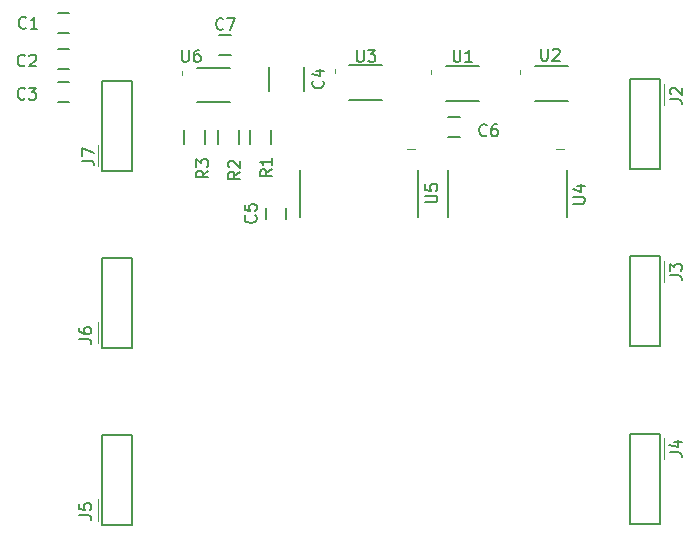
<source format=gbr>
G04 #@! TF.FileFunction,Legend,Top*
%FSLAX45Y45*%
G04 Gerber Fmt 4.5, Leading zero omitted, Abs format (unit mm)*
G04 Created by KiCad (PCBNEW (2015-01-16 BZR 5376)-product) date 3/19/2015 6:58:58 PM*
%MOMM*%
G01*
G04 APERTURE LIST*
%ADD10C,0.100000*%
%ADD11C,0.150000*%
%ADD12C,0.200000*%
%ADD13R,1.127000X1.377000*%
%ADD14R,2.627000X1.127000*%
%ADD15R,1.377000X1.127000*%
%ADD16R,1.427000X0.827000*%
%ADD17R,1.727000X0.427000*%
%ADD18R,0.727000X1.677000*%
%ADD19C,1.927000*%
%ADD20R,1.927000X1.927000*%
G04 APERTURE END LIST*
D10*
D11*
X500000Y-965000D02*
X600000Y-965000D01*
X600000Y-795000D02*
X500000Y-795000D01*
X2587500Y-1450000D02*
X2587500Y-1250000D01*
X2292500Y-1250000D02*
X2292500Y-1450000D01*
X2265000Y-2440000D02*
X2265000Y-2540000D01*
X2435000Y-2540000D02*
X2435000Y-2440000D01*
X3810000Y-1845000D02*
X3910000Y-1845000D01*
X3910000Y-1675000D02*
X3810000Y-1675000D01*
X1870000Y-1145000D02*
X1970000Y-1145000D01*
X1970000Y-975000D02*
X1870000Y-975000D01*
X2132604Y-1899956D02*
X2132604Y-1779956D01*
X2307604Y-1779956D02*
X2307604Y-1899956D01*
X1862604Y-1899956D02*
X1862604Y-1779956D01*
X2037604Y-1779956D02*
X2037604Y-1899956D01*
X1572604Y-1899956D02*
X1572604Y-1779956D01*
X1747604Y-1779956D02*
X1747604Y-1899956D01*
D10*
X3665104Y-1274956D02*
X3665104Y-1309956D01*
D12*
X4070104Y-1534956D02*
X3790104Y-1534956D01*
X4070104Y-1244956D02*
X3790104Y-1244956D01*
D10*
X2845000Y-1265000D02*
X2845000Y-1300000D01*
D12*
X3250000Y-1525000D02*
X2970000Y-1525000D01*
X3250000Y-1235000D02*
X2970000Y-1235000D01*
D10*
X1555000Y-1285000D02*
X1555000Y-1320000D01*
D12*
X1960000Y-1545000D02*
X1680000Y-1545000D01*
X1960000Y-1255000D02*
X1680000Y-1255000D01*
D10*
X3530000Y-1940000D02*
X3460000Y-1940000D01*
D12*
X2550000Y-2520000D02*
X2550000Y-2120000D01*
X3550000Y-2520000D02*
X3550000Y-2120000D01*
D10*
X4790104Y-1939956D02*
X4720104Y-1939956D01*
D12*
X3810104Y-2519956D02*
X3810104Y-2119956D01*
X4810104Y-2519956D02*
X4810104Y-2119956D01*
D10*
X840000Y-5090000D02*
X840000Y-4910000D01*
D12*
X873000Y-5127000D02*
X1127000Y-5127000D01*
X1127000Y-5127000D02*
X1127000Y-4365000D01*
X1127000Y-4365000D02*
X873000Y-4365000D01*
X873000Y-4365000D02*
X873000Y-5127000D01*
D10*
X5635000Y-4390000D02*
X5635000Y-4570000D01*
D12*
X5602000Y-4353000D02*
X5348000Y-4353000D01*
X5348000Y-4353000D02*
X5348000Y-5115000D01*
X5348000Y-5115000D02*
X5602000Y-5115000D01*
X5602000Y-5115000D02*
X5602000Y-4353000D01*
D10*
X5635000Y-2890000D02*
X5635000Y-3070000D01*
D12*
X5602000Y-2853000D02*
X5348000Y-2853000D01*
X5348000Y-2853000D02*
X5348000Y-3615000D01*
X5348000Y-3615000D02*
X5602000Y-3615000D01*
X5602000Y-3615000D02*
X5602000Y-2853000D01*
D10*
X5635000Y-1390000D02*
X5635000Y-1570000D01*
D12*
X5602000Y-1353000D02*
X5348000Y-1353000D01*
X5348000Y-1353000D02*
X5348000Y-2115000D01*
X5348000Y-2115000D02*
X5602000Y-2115000D01*
X5602000Y-2115000D02*
X5602000Y-1353000D01*
D11*
X500000Y-1265000D02*
X600000Y-1265000D01*
X600000Y-1095000D02*
X500000Y-1095000D01*
X500000Y-1545000D02*
X600000Y-1545000D01*
X600000Y-1375000D02*
X500000Y-1375000D01*
D10*
X4415104Y-1274956D02*
X4415104Y-1309956D01*
D12*
X4820104Y-1534956D02*
X4540104Y-1534956D01*
X4820104Y-1244956D02*
X4540104Y-1244956D01*
D10*
X840000Y-3590000D02*
X840000Y-3410000D01*
D12*
X873000Y-3627000D02*
X1127000Y-3627000D01*
X1127000Y-3627000D02*
X1127000Y-2865000D01*
X1127000Y-2865000D02*
X873000Y-2865000D01*
X873000Y-2865000D02*
X873000Y-3627000D01*
D10*
X840000Y-2090000D02*
X840000Y-1910000D01*
D12*
X873000Y-2127000D02*
X1127000Y-2127000D01*
X1127000Y-2127000D02*
X1127000Y-1365000D01*
X1127000Y-1365000D02*
X873000Y-1365000D01*
X873000Y-1365000D02*
X873000Y-2127000D01*
D11*
X233333Y-915714D02*
X228571Y-920476D01*
X214286Y-925238D01*
X204762Y-925238D01*
X190476Y-920476D01*
X180952Y-910952D01*
X176190Y-901429D01*
X171429Y-882381D01*
X171429Y-868095D01*
X176190Y-849048D01*
X180952Y-839524D01*
X190476Y-830000D01*
X204762Y-825238D01*
X214286Y-825238D01*
X228571Y-830000D01*
X233333Y-834762D01*
X328572Y-925238D02*
X271429Y-925238D01*
X300000Y-925238D02*
X300000Y-825238D01*
X290476Y-839524D01*
X280952Y-849048D01*
X271429Y-853809D01*
X2745714Y-1366667D02*
X2750476Y-1371429D01*
X2755238Y-1385714D01*
X2755238Y-1395238D01*
X2750476Y-1409524D01*
X2740952Y-1419048D01*
X2731429Y-1423809D01*
X2712381Y-1428571D01*
X2698095Y-1428571D01*
X2679048Y-1423809D01*
X2669524Y-1419048D01*
X2660000Y-1409524D01*
X2655238Y-1395238D01*
X2655238Y-1385714D01*
X2660000Y-1371429D01*
X2664762Y-1366667D01*
X2688571Y-1280952D02*
X2755238Y-1280952D01*
X2650476Y-1304762D02*
X2721905Y-1328571D01*
X2721905Y-1266667D01*
X2175714Y-2506667D02*
X2180476Y-2511429D01*
X2185238Y-2525714D01*
X2185238Y-2535238D01*
X2180476Y-2549524D01*
X2170952Y-2559048D01*
X2161429Y-2563810D01*
X2142381Y-2568571D01*
X2128095Y-2568571D01*
X2109048Y-2563810D01*
X2099524Y-2559048D01*
X2090000Y-2549524D01*
X2085238Y-2535238D01*
X2085238Y-2525714D01*
X2090000Y-2511429D01*
X2094762Y-2506667D01*
X2085238Y-2416190D02*
X2085238Y-2463810D01*
X2132857Y-2468571D01*
X2128095Y-2463810D01*
X2123333Y-2454286D01*
X2123333Y-2430476D01*
X2128095Y-2420952D01*
X2132857Y-2416190D01*
X2142381Y-2411429D01*
X2166191Y-2411429D01*
X2175714Y-2416190D01*
X2180476Y-2420952D01*
X2185238Y-2430476D01*
X2185238Y-2454286D01*
X2180476Y-2463810D01*
X2175714Y-2468571D01*
X4133333Y-1825714D02*
X4128571Y-1830476D01*
X4114286Y-1835238D01*
X4104762Y-1835238D01*
X4090476Y-1830476D01*
X4080952Y-1820952D01*
X4076190Y-1811429D01*
X4071429Y-1792381D01*
X4071429Y-1778095D01*
X4076190Y-1759048D01*
X4080952Y-1749524D01*
X4090476Y-1740000D01*
X4104762Y-1735238D01*
X4114286Y-1735238D01*
X4128571Y-1740000D01*
X4133333Y-1744762D01*
X4219048Y-1735238D02*
X4200000Y-1735238D01*
X4190476Y-1740000D01*
X4185714Y-1744762D01*
X4176190Y-1759048D01*
X4171429Y-1778095D01*
X4171429Y-1816190D01*
X4176190Y-1825714D01*
X4180952Y-1830476D01*
X4190476Y-1835238D01*
X4209524Y-1835238D01*
X4219048Y-1830476D01*
X4223810Y-1825714D01*
X4228572Y-1816190D01*
X4228572Y-1792381D01*
X4223810Y-1782857D01*
X4219048Y-1778095D01*
X4209524Y-1773333D01*
X4190476Y-1773333D01*
X4180952Y-1778095D01*
X4176190Y-1782857D01*
X4171429Y-1792381D01*
X1903333Y-925714D02*
X1898571Y-930476D01*
X1884286Y-935238D01*
X1874762Y-935238D01*
X1860476Y-930476D01*
X1850952Y-920952D01*
X1846190Y-911429D01*
X1841429Y-892381D01*
X1841429Y-878095D01*
X1846190Y-859048D01*
X1850952Y-849524D01*
X1860476Y-840000D01*
X1874762Y-835238D01*
X1884286Y-835238D01*
X1898571Y-840000D01*
X1903333Y-844762D01*
X1936667Y-835238D02*
X2003333Y-835238D01*
X1960476Y-935238D01*
X2315238Y-2116667D02*
X2267619Y-2150000D01*
X2315238Y-2173810D02*
X2215238Y-2173810D01*
X2215238Y-2135714D01*
X2220000Y-2126190D01*
X2224762Y-2121429D01*
X2234286Y-2116667D01*
X2248571Y-2116667D01*
X2258095Y-2121429D01*
X2262857Y-2126190D01*
X2267619Y-2135714D01*
X2267619Y-2173810D01*
X2315238Y-2021428D02*
X2315238Y-2078571D01*
X2315238Y-2050000D02*
X2215238Y-2050000D01*
X2229524Y-2059524D01*
X2239048Y-2069048D01*
X2243810Y-2078571D01*
X2045238Y-2136667D02*
X1997619Y-2170000D01*
X2045238Y-2193810D02*
X1945238Y-2193810D01*
X1945238Y-2155714D01*
X1950000Y-2146190D01*
X1954762Y-2141429D01*
X1964286Y-2136667D01*
X1978571Y-2136667D01*
X1988095Y-2141429D01*
X1992857Y-2146190D01*
X1997619Y-2155714D01*
X1997619Y-2193810D01*
X1954762Y-2098571D02*
X1950000Y-2093809D01*
X1945238Y-2084286D01*
X1945238Y-2060476D01*
X1950000Y-2050952D01*
X1954762Y-2046190D01*
X1964286Y-2041428D01*
X1973809Y-2041428D01*
X1988095Y-2046190D01*
X2045238Y-2103333D01*
X2045238Y-2041428D01*
X1775238Y-2126667D02*
X1727619Y-2160000D01*
X1775238Y-2183810D02*
X1675238Y-2183810D01*
X1675238Y-2145714D01*
X1680000Y-2136190D01*
X1684762Y-2131429D01*
X1694286Y-2126667D01*
X1708571Y-2126667D01*
X1718095Y-2131429D01*
X1722857Y-2136190D01*
X1727619Y-2145714D01*
X1727619Y-2183810D01*
X1675238Y-2093333D02*
X1675238Y-2031428D01*
X1713333Y-2064762D01*
X1713333Y-2050476D01*
X1718095Y-2040952D01*
X1722857Y-2036190D01*
X1732381Y-2031428D01*
X1756190Y-2031428D01*
X1765714Y-2036190D01*
X1770476Y-2040952D01*
X1775238Y-2050476D01*
X1775238Y-2079048D01*
X1770476Y-2088571D01*
X1765714Y-2093333D01*
X3853809Y-1105238D02*
X3853809Y-1186191D01*
X3858571Y-1195714D01*
X3863333Y-1200476D01*
X3872857Y-1205238D01*
X3891905Y-1205238D01*
X3901429Y-1200476D01*
X3906190Y-1195714D01*
X3910952Y-1186191D01*
X3910952Y-1105238D01*
X4010952Y-1205238D02*
X3953809Y-1205238D01*
X3982381Y-1205238D02*
X3982381Y-1105238D01*
X3972857Y-1119524D01*
X3963333Y-1129048D01*
X3953809Y-1133810D01*
X3033809Y-1105238D02*
X3033809Y-1186191D01*
X3038571Y-1195714D01*
X3043333Y-1200476D01*
X3052857Y-1205238D01*
X3071905Y-1205238D01*
X3081429Y-1200476D01*
X3086190Y-1195714D01*
X3090952Y-1186191D01*
X3090952Y-1105238D01*
X3129048Y-1105238D02*
X3190952Y-1105238D01*
X3157619Y-1143333D01*
X3171905Y-1143333D01*
X3181429Y-1148095D01*
X3186190Y-1152857D01*
X3190952Y-1162381D01*
X3190952Y-1186191D01*
X3186190Y-1195714D01*
X3181429Y-1200476D01*
X3171905Y-1205238D01*
X3143333Y-1205238D01*
X3133809Y-1200476D01*
X3129048Y-1195714D01*
X1553809Y-1105238D02*
X1553809Y-1186191D01*
X1558571Y-1195714D01*
X1563333Y-1200476D01*
X1572857Y-1205238D01*
X1591905Y-1205238D01*
X1601429Y-1200476D01*
X1606190Y-1195714D01*
X1610952Y-1186191D01*
X1610952Y-1105238D01*
X1701429Y-1105238D02*
X1682381Y-1105238D01*
X1672857Y-1110000D01*
X1668095Y-1114762D01*
X1658571Y-1129048D01*
X1653809Y-1148095D01*
X1653809Y-1186191D01*
X1658571Y-1195714D01*
X1663333Y-1200476D01*
X1672857Y-1205238D01*
X1691905Y-1205238D01*
X1701429Y-1200476D01*
X1706190Y-1195714D01*
X1710952Y-1186191D01*
X1710952Y-1162381D01*
X1706190Y-1152857D01*
X1701429Y-1148095D01*
X1691905Y-1143333D01*
X1672857Y-1143333D01*
X1663333Y-1148095D01*
X1658571Y-1152857D01*
X1653809Y-1162381D01*
X3615238Y-2396191D02*
X3696190Y-2396191D01*
X3705714Y-2391429D01*
X3710476Y-2386667D01*
X3715238Y-2377143D01*
X3715238Y-2358095D01*
X3710476Y-2348571D01*
X3705714Y-2343810D01*
X3696190Y-2339048D01*
X3615238Y-2339048D01*
X3615238Y-2243810D02*
X3615238Y-2291429D01*
X3662857Y-2296191D01*
X3658095Y-2291429D01*
X3653333Y-2281905D01*
X3653333Y-2258095D01*
X3658095Y-2248571D01*
X3662857Y-2243810D01*
X3672381Y-2239048D01*
X3696190Y-2239048D01*
X3705714Y-2243810D01*
X3710476Y-2248571D01*
X3715238Y-2258095D01*
X3715238Y-2281905D01*
X3710476Y-2291429D01*
X3705714Y-2296191D01*
X4865238Y-2406191D02*
X4946191Y-2406191D01*
X4955714Y-2401429D01*
X4960476Y-2396667D01*
X4965238Y-2387143D01*
X4965238Y-2368095D01*
X4960476Y-2358571D01*
X4955714Y-2353810D01*
X4946191Y-2349048D01*
X4865238Y-2349048D01*
X4898571Y-2258571D02*
X4965238Y-2258571D01*
X4860476Y-2282381D02*
X4931905Y-2306191D01*
X4931905Y-2244286D01*
X685238Y-5043333D02*
X756667Y-5043333D01*
X770952Y-5048095D01*
X780476Y-5057619D01*
X785238Y-5071905D01*
X785238Y-5081429D01*
X685238Y-4948095D02*
X685238Y-4995714D01*
X732857Y-5000476D01*
X728095Y-4995714D01*
X723333Y-4986191D01*
X723333Y-4962381D01*
X728095Y-4952857D01*
X732857Y-4948095D01*
X742381Y-4943333D01*
X766190Y-4943333D01*
X775714Y-4948095D01*
X780476Y-4952857D01*
X785238Y-4962381D01*
X785238Y-4986191D01*
X780476Y-4995714D01*
X775714Y-5000476D01*
X5685238Y-4513333D02*
X5756667Y-4513333D01*
X5770952Y-4518095D01*
X5780476Y-4527619D01*
X5785238Y-4541905D01*
X5785238Y-4551429D01*
X5718571Y-4422857D02*
X5785238Y-4422857D01*
X5680476Y-4446667D02*
X5751905Y-4470476D01*
X5751905Y-4408571D01*
X5685238Y-3013333D02*
X5756667Y-3013333D01*
X5770952Y-3018095D01*
X5780476Y-3027619D01*
X5785238Y-3041905D01*
X5785238Y-3051429D01*
X5685238Y-2975238D02*
X5685238Y-2913333D01*
X5723333Y-2946667D01*
X5723333Y-2932381D01*
X5728095Y-2922857D01*
X5732857Y-2918095D01*
X5742381Y-2913333D01*
X5766190Y-2913333D01*
X5775714Y-2918095D01*
X5780476Y-2922857D01*
X5785238Y-2932381D01*
X5785238Y-2960952D01*
X5780476Y-2970476D01*
X5775714Y-2975238D01*
X5685238Y-1523333D02*
X5756667Y-1523333D01*
X5770952Y-1528095D01*
X5780476Y-1537619D01*
X5785238Y-1551905D01*
X5785238Y-1561429D01*
X5694762Y-1480476D02*
X5690000Y-1475714D01*
X5685238Y-1466190D01*
X5685238Y-1442381D01*
X5690000Y-1432857D01*
X5694762Y-1428095D01*
X5704286Y-1423333D01*
X5713809Y-1423333D01*
X5728095Y-1428095D01*
X5785238Y-1485238D01*
X5785238Y-1423333D01*
X223333Y-1235714D02*
X218571Y-1240476D01*
X204286Y-1245238D01*
X194762Y-1245238D01*
X180476Y-1240476D01*
X170952Y-1230952D01*
X166191Y-1221429D01*
X161429Y-1202381D01*
X161429Y-1188095D01*
X166191Y-1169048D01*
X170952Y-1159524D01*
X180476Y-1150000D01*
X194762Y-1145238D01*
X204286Y-1145238D01*
X218571Y-1150000D01*
X223333Y-1154762D01*
X261429Y-1154762D02*
X266191Y-1150000D01*
X275714Y-1145238D01*
X299524Y-1145238D01*
X309048Y-1150000D01*
X313810Y-1154762D01*
X318572Y-1164286D01*
X318572Y-1173810D01*
X313810Y-1188095D01*
X256667Y-1245238D01*
X318572Y-1245238D01*
X223333Y-1515714D02*
X218571Y-1520476D01*
X204286Y-1525238D01*
X194762Y-1525238D01*
X180476Y-1520476D01*
X170952Y-1510952D01*
X166191Y-1501429D01*
X161429Y-1482381D01*
X161429Y-1468095D01*
X166191Y-1449048D01*
X170952Y-1439524D01*
X180476Y-1430000D01*
X194762Y-1425238D01*
X204286Y-1425238D01*
X218571Y-1430000D01*
X223333Y-1434762D01*
X256667Y-1425238D02*
X318572Y-1425238D01*
X285238Y-1463333D01*
X299524Y-1463333D01*
X309048Y-1468095D01*
X313810Y-1472857D01*
X318572Y-1482381D01*
X318572Y-1506190D01*
X313810Y-1515714D01*
X309048Y-1520476D01*
X299524Y-1525238D01*
X270952Y-1525238D01*
X261429Y-1520476D01*
X256667Y-1515714D01*
X4593810Y-1095238D02*
X4593810Y-1176191D01*
X4598571Y-1185714D01*
X4603333Y-1190476D01*
X4612857Y-1195238D01*
X4631905Y-1195238D01*
X4641429Y-1190476D01*
X4646191Y-1185714D01*
X4650952Y-1176191D01*
X4650952Y-1095238D01*
X4693810Y-1104762D02*
X4698571Y-1100000D01*
X4708095Y-1095238D01*
X4731905Y-1095238D01*
X4741429Y-1100000D01*
X4746191Y-1104762D01*
X4750952Y-1114286D01*
X4750952Y-1123810D01*
X4746191Y-1138095D01*
X4689048Y-1195238D01*
X4750952Y-1195238D01*
X685238Y-3553333D02*
X756667Y-3553333D01*
X770952Y-3558095D01*
X780476Y-3567619D01*
X785238Y-3581905D01*
X785238Y-3591429D01*
X685238Y-3462857D02*
X685238Y-3481905D01*
X690000Y-3491429D01*
X694762Y-3496190D01*
X709048Y-3505714D01*
X728095Y-3510476D01*
X766190Y-3510476D01*
X775714Y-3505714D01*
X780476Y-3500952D01*
X785238Y-3491429D01*
X785238Y-3472381D01*
X780476Y-3462857D01*
X775714Y-3458095D01*
X766190Y-3453333D01*
X742381Y-3453333D01*
X732857Y-3458095D01*
X728095Y-3462857D01*
X723333Y-3472381D01*
X723333Y-3491429D01*
X728095Y-3500952D01*
X732857Y-3505714D01*
X742381Y-3510476D01*
X705238Y-2043333D02*
X776667Y-2043333D01*
X790952Y-2048095D01*
X800476Y-2057619D01*
X805238Y-2071905D01*
X805238Y-2081429D01*
X705238Y-2005238D02*
X705238Y-1938571D01*
X805238Y-1981429D01*
%LPC*%
D13*
X650000Y-880000D03*
X450000Y-880000D03*
D14*
X2440000Y-1200000D03*
X2440000Y-1500000D03*
D15*
X2350000Y-2590000D03*
X2350000Y-2390000D03*
D13*
X3960000Y-1760000D03*
X3760000Y-1760000D03*
X2020000Y-1060000D03*
X1820000Y-1060000D03*
D16*
X2220104Y-1744956D03*
X2220104Y-1934956D03*
X1950104Y-1744956D03*
X1950104Y-1934956D03*
X1660104Y-1744956D03*
X1660104Y-1934956D03*
D17*
X3760104Y-1292456D03*
X3760104Y-1357456D03*
X3760104Y-1422456D03*
X3760104Y-1487456D03*
X4100104Y-1487456D03*
X4100104Y-1422456D03*
X4100104Y-1357456D03*
X4100104Y-1292456D03*
X2940000Y-1282500D03*
X2940000Y-1347500D03*
X2940000Y-1412500D03*
X2940000Y-1477500D03*
X3280000Y-1477500D03*
X3280000Y-1412500D03*
X3280000Y-1347500D03*
X3280000Y-1282500D03*
X1650000Y-1302500D03*
X1650000Y-1367500D03*
X1650000Y-1432500D03*
X1650000Y-1497500D03*
X1990000Y-1497500D03*
X1990000Y-1432500D03*
X1990000Y-1367500D03*
X1990000Y-1302500D03*
D18*
X2986500Y-2590000D03*
X2859500Y-2590000D03*
X2605500Y-2590000D03*
X2732500Y-2590000D03*
X3240500Y-2590000D03*
X3113500Y-2590000D03*
X3367500Y-2590000D03*
X3494500Y-2590000D03*
X3494500Y-2050000D03*
X3367500Y-2050000D03*
X3113500Y-2050000D03*
X3240500Y-2050000D03*
X2732500Y-2050000D03*
X2605500Y-2050000D03*
X2859500Y-2050000D03*
X2986500Y-2050000D03*
X4246604Y-2589956D03*
X4119604Y-2589956D03*
X3865604Y-2589956D03*
X3992604Y-2589956D03*
X4500604Y-2589956D03*
X4373604Y-2589956D03*
X4627604Y-2589956D03*
X4754604Y-2589956D03*
X4754604Y-2049956D03*
X4627604Y-2049956D03*
X4373604Y-2049956D03*
X4500604Y-2049956D03*
X3992604Y-2049956D03*
X3865604Y-2049956D03*
X4119604Y-2049956D03*
X4246604Y-2049956D03*
D19*
X1000000Y-4492000D03*
X1000000Y-4746000D03*
D20*
X1000000Y-5000000D03*
D19*
X5475000Y-4988000D03*
X5475000Y-4734000D03*
D20*
X5475000Y-4480000D03*
D19*
X5475000Y-3488000D03*
X5475000Y-3234000D03*
D20*
X5475000Y-2980000D03*
D19*
X5475000Y-1988000D03*
X5475000Y-1734000D03*
D20*
X5475000Y-1480000D03*
D19*
X3867000Y-225000D03*
X819000Y-225000D03*
X1327000Y-225000D03*
X1073000Y-225000D03*
X1581000Y-225000D03*
X1835000Y-225000D03*
X2343000Y-225000D03*
X2089000Y-225000D03*
X2597000Y-225000D03*
X2851000Y-225000D03*
X5645000Y-225000D03*
X5391000Y-225000D03*
X4883000Y-225000D03*
X5137000Y-225000D03*
X4629000Y-225000D03*
X4375000Y-225000D03*
X3613000Y-225000D03*
X4121000Y-225000D03*
X3359000Y-225000D03*
X3105000Y-225000D03*
X2851000Y-479000D03*
X3105000Y-479000D03*
X3613000Y-479000D03*
X3359000Y-479000D03*
X3867000Y-479000D03*
X4121000Y-479000D03*
X4629000Y-479000D03*
X4375000Y-479000D03*
X5391000Y-479000D03*
X5645000Y-479000D03*
X5137000Y-479000D03*
X2597000Y-479000D03*
X2343000Y-479000D03*
X4883000Y-479000D03*
X2089000Y-479000D03*
X1835000Y-479000D03*
X1327000Y-479000D03*
X1581000Y-479000D03*
X1073000Y-479000D03*
D20*
X819000Y-479000D03*
D13*
X650000Y-1180000D03*
X450000Y-1180000D03*
X650000Y-1460000D03*
X450000Y-1460000D03*
D17*
X4510104Y-1292456D03*
X4510104Y-1357456D03*
X4510104Y-1422456D03*
X4510104Y-1487456D03*
X4850104Y-1487456D03*
X4850104Y-1422456D03*
X4850104Y-1357456D03*
X4850104Y-1292456D03*
D19*
X1000000Y-2992000D03*
X1000000Y-3246000D03*
D20*
X1000000Y-3500000D03*
D19*
X1000000Y-1492000D03*
X1000000Y-1746000D03*
D20*
X1000000Y-2000000D03*
M02*

</source>
